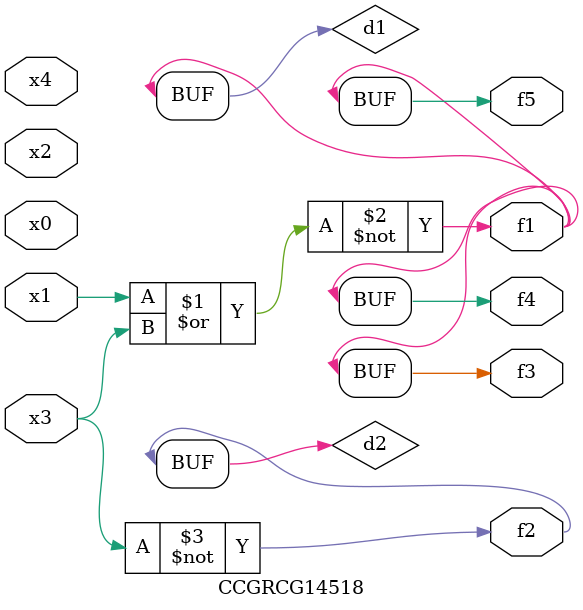
<source format=v>
module CCGRCG14518(
	input x0, x1, x2, x3, x4,
	output f1, f2, f3, f4, f5
);

	wire d1, d2;

	nor (d1, x1, x3);
	not (d2, x3);
	assign f1 = d1;
	assign f2 = d2;
	assign f3 = d1;
	assign f4 = d1;
	assign f5 = d1;
endmodule

</source>
